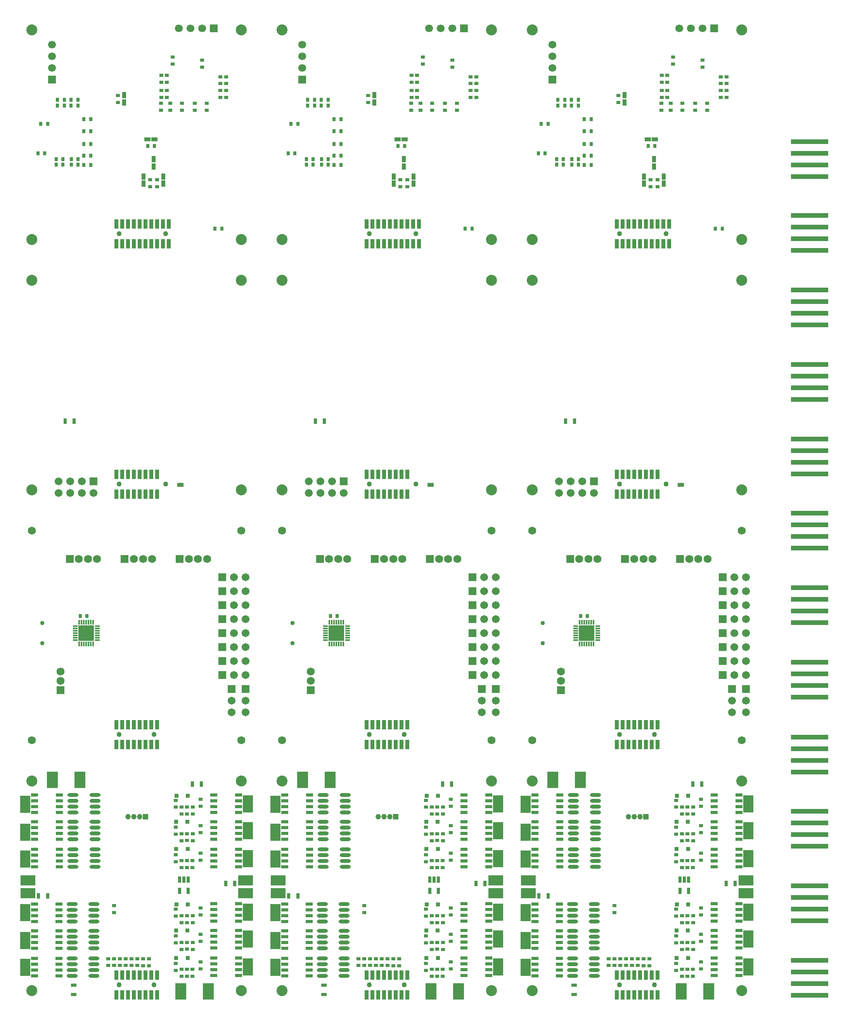
<source format=gbs>
%FSLAX24Y24*%
%MOIN*%
G70*
G01*
G75*
G04 Layer_Color=16711935*
%ADD10P,0.4259X4X360.0*%
G04:AMPARAMS|DCode=11|XSize=9.8mil|YSize=33.5mil|CornerRadius=0mil|HoleSize=0mil|Usage=FLASHONLY|Rotation=315.000|XOffset=0mil|YOffset=0mil|HoleType=Round|Shape=Round|*
%AMOVALD11*
21,1,0.0236,0.0098,0.0000,0.0000,45.0*
1,1,0.0098,-0.0084,-0.0084*
1,1,0.0098,0.0084,0.0084*
%
%ADD11OVALD11*%

G04:AMPARAMS|DCode=12|XSize=9.8mil|YSize=33.5mil|CornerRadius=0mil|HoleSize=0mil|Usage=FLASHONLY|Rotation=45.000|XOffset=0mil|YOffset=0mil|HoleType=Round|Shape=Round|*
%AMOVALD12*
21,1,0.0236,0.0098,0.0000,0.0000,135.0*
1,1,0.0098,0.0084,-0.0084*
1,1,0.0098,-0.0084,0.0084*
%
%ADD12OVALD12*%

G04:AMPARAMS|DCode=13|XSize=37.4mil|YSize=31.5mil|CornerRadius=0mil|HoleSize=0mil|Usage=FLASHONLY|Rotation=45.000|XOffset=0mil|YOffset=0mil|HoleType=Round|Shape=Rectangle|*
%AMROTATEDRECTD13*
4,1,4,-0.0021,-0.0244,-0.0244,-0.0021,0.0021,0.0244,0.0244,0.0021,-0.0021,-0.0244,0.0*
%
%ADD13ROTATEDRECTD13*%

G04:AMPARAMS|DCode=14|XSize=37.4mil|YSize=31.5mil|CornerRadius=0mil|HoleSize=0mil|Usage=FLASHONLY|Rotation=135.000|XOffset=0mil|YOffset=0mil|HoleType=Round|Shape=Rectangle|*
%AMROTATEDRECTD14*
4,1,4,0.0244,-0.0021,0.0021,-0.0244,-0.0244,0.0021,-0.0021,0.0244,0.0244,-0.0021,0.0*
%
%ADD14ROTATEDRECTD14*%

%ADD15R,0.0591X0.0236*%
%ADD16O,0.0866X0.0236*%
%ADD17R,0.0374X0.0315*%
%ADD18R,0.0315X0.0315*%
%ADD19R,0.0906X0.1417*%
%ADD20R,0.0315X0.0512*%
%ADD21R,0.0512X0.0315*%
%ADD22R,0.0291X0.0728*%
%ADD23C,0.0080*%
%ADD24C,0.0100*%
%ADD25C,0.0160*%
%ADD26C,0.0300*%
%ADD27C,0.0120*%
%ADD28C,0.0180*%
%ADD29C,0.0250*%
%ADD30C,0.0350*%
%ADD31C,0.0200*%
%ADD32R,0.0374X0.0295*%
%ADD33R,0.0295X0.0374*%
%ADD34O,0.0630X0.0138*%
%ADD35R,0.0472X0.0217*%
%ADD36O,0.0669X0.0138*%
%ADD37R,0.3012X0.3012*%
%ADD38O,0.0335X0.0098*%
%ADD39O,0.0098X0.0335*%
%ADD40R,0.1378X0.0689*%
%ADD41R,0.0984X0.0689*%
%ADD42R,0.0886X0.0197*%
%ADD43R,0.0315X0.0354*%
%ADD44R,0.0354X0.0315*%
%ADD45R,0.0354X0.0295*%
%ADD46R,0.0295X0.0354*%
%ADD47R,0.0394X0.0394*%
%ADD48R,0.0315X0.0374*%
%ADD49R,0.0256X0.0335*%
%ADD50R,0.0453X0.0236*%
%ADD51R,0.0236X0.0453*%
%ADD52R,0.0394X0.0394*%
%ADD53R,0.0256X0.0866*%
%ADD54R,0.1299X0.0866*%
%ADD55R,0.0532X0.0197*%
%ADD56O,0.0118X0.0689*%
%ADD57O,0.0689X0.0118*%
%ADD58C,0.0177*%
%ADD59R,0.0138X0.0197*%
%ADD60R,0.0197X0.0138*%
%ADD61R,0.0768X0.0768*%
%ADD62R,0.2874X0.2874*%
%ADD63C,0.0150*%
%ADD64R,0.2165X0.0787*%
%ADD65O,0.0709X0.0217*%
%ADD66O,0.0217X0.0709*%
%ADD67O,0.0138X0.0650*%
%ADD68R,0.1220X0.1181*%
%ADD69R,0.1102X0.0551*%
%ADD70R,0.0787X0.0630*%
G04:AMPARAMS|DCode=71|XSize=228.3mil|YSize=82.7mil|CornerRadius=20.7mil|HoleSize=0mil|Usage=FLASHONLY|Rotation=180.000|XOffset=0mil|YOffset=0mil|HoleType=Round|Shape=RoundedRectangle|*
%AMROUNDEDRECTD71*
21,1,0.2283,0.0413,0,0,180.0*
21,1,0.1870,0.0827,0,0,180.0*
1,1,0.0413,-0.0935,0.0207*
1,1,0.0413,0.0935,0.0207*
1,1,0.0413,0.0935,-0.0207*
1,1,0.0413,-0.0935,-0.0207*
%
%ADD71ROUNDEDRECTD71*%
%ADD72R,0.0335X0.0138*%
%ADD73R,0.0335X0.0135*%
%ADD74C,0.0860*%
%ADD75C,0.0394*%
%ADD76C,0.0354*%
%ADD77C,0.0250*%
%ADD78C,0.0320*%
%ADD79C,0.0300*%
%ADD80C,0.0600*%
%ADD81R,0.0600X0.0600*%
%ADD82R,0.0600X0.0600*%
%ADD83C,0.0591*%
%ADD84R,0.0591X0.0591*%
%ADD85R,0.0591X0.0591*%
%ADD86C,0.0400*%
%ADD87C,0.0500*%
%ADD88C,0.0350*%
%ADD89C,0.0450*%
%ADD90C,0.0500*%
%ADD91R,0.0980X7.3930*%
%ADD92R,6.4060X0.0610*%
%ADD93R,6.4010X0.0760*%
%ADD94R,6.4140X0.0760*%
%ADD95R,0.0217X0.0472*%
%ADD96C,0.0060*%
%ADD97R,0.0374X0.0118*%
%ADD98R,0.0118X0.0374*%
%ADD99R,0.1260X0.1260*%
%ADD100R,0.0256X0.0472*%
%ADD101R,0.0472X0.0256*%
%ADD102C,0.0236*%
%ADD103R,0.2180X0.0830*%
%ADD104R,0.2006X0.0179*%
%ADD105R,0.0456X0.1019*%
%ADD106R,0.3150X0.0394*%
%ADD107C,0.0098*%
%ADD108C,0.0059*%
%ADD109C,0.0079*%
%ADD110P,0.0195X4X360.0*%
%ADD111R,0.0276X0.1575*%
%ADD112R,0.0118X0.0118*%
%ADD113R,0.0138X0.0138*%
%ADD114C,0.0040*%
%ADD115C,0.0050*%
%ADD116C,0.0197*%
G04:AMPARAMS|DCode=117|XSize=66.9mil|YSize=66.9mil|CornerRadius=0mil|HoleSize=0mil|Usage=FLASHONLY|Rotation=315.000|XOffset=0mil|YOffset=0mil|HoleType=Round|Shape=Rectangle|*
%AMROTATEDRECTD117*
4,1,4,-0.0473,-0.0000,0.0000,0.0473,0.0473,0.0000,-0.0000,-0.0473,-0.0473,-0.0000,0.0*
%
%ADD117ROTATEDRECTD117*%

%ADD118P,0.0947X4X360.0*%
G04:AMPARAMS|DCode=119|XSize=66.9mil|YSize=66.9mil|CornerRadius=0mil|HoleSize=0mil|Usage=FLASHONLY|Rotation=315.000|XOffset=0mil|YOffset=0mil|HoleType=Round|Shape=Rectangle|*
%AMROTATEDRECTD119*
4,1,4,-0.0473,0.0000,-0.0000,0.0473,0.0473,-0.0000,0.0000,-0.0473,-0.0473,0.0000,0.0*
%
%ADD119ROTATEDRECTD119*%

%ADD120P,0.0947X4X360.0*%
%ADD121R,0.0669X0.0669*%
G04:AMPARAMS|DCode=122|XSize=8.3mil|YSize=31.9mil|CornerRadius=0mil|HoleSize=0mil|Usage=FLASHONLY|Rotation=315.000|XOffset=0mil|YOffset=0mil|HoleType=Round|Shape=Round|*
%AMOVALD122*
21,1,0.0236,0.0083,0.0000,0.0000,45.0*
1,1,0.0083,-0.0084,-0.0084*
1,1,0.0083,0.0084,0.0084*
%
%ADD122OVALD122*%

G04:AMPARAMS|DCode=123|XSize=8.3mil|YSize=31.9mil|CornerRadius=0mil|HoleSize=0mil|Usage=FLASHONLY|Rotation=45.000|XOffset=0mil|YOffset=0mil|HoleType=Round|Shape=Round|*
%AMOVALD123*
21,1,0.0236,0.0083,0.0000,0.0000,135.0*
1,1,0.0083,0.0084,-0.0084*
1,1,0.0083,-0.0084,0.0084*
%
%ADD123OVALD123*%

%ADD124R,0.0295X0.0295*%
%ADD125R,0.0787X0.1299*%
%ADD126R,0.0465X0.0209*%
%ADD127O,0.0319X0.0083*%
%ADD128O,0.0083X0.0319*%
%ADD129R,0.1319X0.0630*%
%ADD130R,0.0925X0.0630*%
%ADD131R,0.0827X0.0138*%
%ADD132R,0.0295X0.0335*%
%ADD133R,0.0335X0.0295*%
%ADD134R,0.0850X0.1450*%
%ADD135R,0.1300X0.0900*%
%ADD136P,0.4316X4X360.0*%
G04:AMPARAMS|DCode=137|XSize=11.4mil|YSize=35mil|CornerRadius=0mil|HoleSize=0mil|Usage=FLASHONLY|Rotation=315.000|XOffset=0mil|YOffset=0mil|HoleType=Round|Shape=Round|*
%AMOVALD137*
21,1,0.0236,0.0114,0.0000,0.0000,45.0*
1,1,0.0114,-0.0084,-0.0084*
1,1,0.0114,0.0084,0.0084*
%
%ADD137OVALD137*%

G04:AMPARAMS|DCode=138|XSize=11.4mil|YSize=35mil|CornerRadius=0mil|HoleSize=0mil|Usage=FLASHONLY|Rotation=45.000|XOffset=0mil|YOffset=0mil|HoleType=Round|Shape=Round|*
%AMOVALD138*
21,1,0.0236,0.0114,0.0000,0.0000,135.0*
1,1,0.0114,0.0084,-0.0084*
1,1,0.0114,-0.0084,0.0084*
%
%ADD138OVALD138*%

%ADD139R,0.0611X0.0256*%
%ADD140O,0.0946X0.0316*%
%ADD141R,0.0335X0.0335*%
%ADD142R,0.0926X0.1437*%
%ADD143R,0.0371X0.0808*%
%ADD144O,0.0710X0.0218*%
%ADD145O,0.0749X0.0218*%
%ADD146R,0.3052X0.3052*%
%ADD147O,0.0350X0.0114*%
%ADD148O,0.0114X0.0350*%
%ADD149R,0.0906X0.0217*%
%ADD150R,0.0474X0.0474*%
%ADD151R,0.0336X0.0415*%
%ADD152R,0.0533X0.0316*%
%ADD153R,0.0316X0.0533*%
%ADD154R,0.0474X0.0474*%
%ADD155R,0.0336X0.0946*%
%ADD156R,0.1379X0.0946*%
%ADD157R,0.0612X0.0277*%
%ADD158O,0.0198X0.0769*%
%ADD159O,0.0769X0.0198*%
%ADD160C,0.0257*%
%ADD161R,0.0218X0.0277*%
%ADD162R,0.0277X0.0218*%
%ADD163R,0.0808X0.0808*%
%ADD164R,0.2954X0.2954*%
%ADD165R,0.2245X0.0867*%
%ADD166O,0.0789X0.0297*%
%ADD167O,0.0297X0.0789*%
%ADD168O,0.0218X0.0730*%
%ADD169R,0.1300X0.1261*%
%ADD170R,0.0827X0.0670*%
G04:AMPARAMS|DCode=171|XSize=236.3mil|YSize=90.7mil|CornerRadius=22.7mil|HoleSize=0mil|Usage=FLASHONLY|Rotation=180.000|XOffset=0mil|YOffset=0mil|HoleType=Round|Shape=RoundedRectangle|*
%AMROUNDEDRECTD171*
21,1,0.2363,0.0453,0,0,180.0*
21,1,0.1910,0.0907,0,0,180.0*
1,1,0.0453,-0.0955,0.0227*
1,1,0.0453,0.0955,0.0227*
1,1,0.0453,0.0955,-0.0227*
1,1,0.0453,-0.0955,-0.0227*
%
%ADD171ROUNDEDRECTD171*%
%ADD172R,0.0415X0.0218*%
%ADD173R,0.0415X0.0215*%
%ADD174C,0.0940*%
%ADD175C,0.0474*%
%ADD176C,0.0434*%
%ADD177C,0.0680*%
%ADD178C,0.0374*%
%ADD179R,0.0680X0.0680*%
%ADD180R,0.0680X0.0680*%
%ADD181C,0.0671*%
%ADD182R,0.0671X0.0671*%
%ADD183R,0.0671X0.0671*%
%ADD184R,0.0669X0.0669*%
%ADD185C,0.0669*%
%ADD186R,0.0669X0.0669*%
%ADD187R,0.0297X0.0552*%
%ADD188R,0.0384X0.0128*%
%ADD189R,0.0128X0.0384*%
%ADD190R,0.1339X0.1339*%
%ADD191R,0.0336X0.0552*%
%ADD192R,0.0552X0.0336*%
%ADD193R,0.3190X0.0434*%
D17*
X8080Y8275D02*
D03*
Y7685D02*
D03*
X11050Y3115D02*
D03*
Y3705D02*
D03*
X10550Y3125D02*
D03*
Y3715D02*
D03*
X10050Y3135D02*
D03*
Y3725D02*
D03*
X9550Y3135D02*
D03*
Y3725D02*
D03*
X9050Y3135D02*
D03*
Y3725D02*
D03*
X8550Y3135D02*
D03*
Y3725D02*
D03*
X8050Y3135D02*
D03*
Y3725D02*
D03*
X7550Y3135D02*
D03*
Y3725D02*
D03*
X13860Y2215D02*
D03*
Y2805D02*
D03*
X15510Y7485D02*
D03*
Y8075D02*
D03*
X13380Y7395D02*
D03*
Y7985D02*
D03*
X14830Y6825D02*
D03*
Y7415D02*
D03*
X14330Y2215D02*
D03*
Y2805D02*
D03*
X13850Y4525D02*
D03*
Y5115D02*
D03*
X13850Y13865D02*
D03*
Y14455D02*
D03*
X13860Y6815D02*
D03*
Y7405D02*
D03*
X13860Y16155D02*
D03*
Y16745D02*
D03*
Y11555D02*
D03*
Y12145D02*
D03*
X15510Y16825D02*
D03*
Y17415D02*
D03*
X15510Y5215D02*
D03*
Y5805D02*
D03*
X15510Y14555D02*
D03*
Y15145D02*
D03*
X15490Y2855D02*
D03*
Y3445D02*
D03*
X15490Y12195D02*
D03*
Y12785D02*
D03*
X13380Y16735D02*
D03*
Y17325D02*
D03*
X13370Y5085D02*
D03*
Y5675D02*
D03*
X13370Y14425D02*
D03*
Y15015D02*
D03*
X13380Y2725D02*
D03*
Y3315D02*
D03*
X13380Y12065D02*
D03*
Y12655D02*
D03*
X14830Y16165D02*
D03*
Y16755D02*
D03*
X14820Y4525D02*
D03*
Y5115D02*
D03*
X14820Y13865D02*
D03*
Y14455D02*
D03*
X14810Y2215D02*
D03*
Y2805D02*
D03*
X14810Y11555D02*
D03*
Y12145D02*
D03*
X14340Y4535D02*
D03*
Y5125D02*
D03*
X14340Y13875D02*
D03*
Y14465D02*
D03*
X14340Y6825D02*
D03*
Y7415D02*
D03*
X14340Y16165D02*
D03*
Y16755D02*
D03*
X14330Y11555D02*
D03*
Y12145D02*
D03*
X11160Y70015D02*
D03*
Y70605D02*
D03*
X11750Y70015D02*
D03*
Y70605D02*
D03*
X8410Y77855D02*
D03*
Y77265D02*
D03*
X15620Y80295D02*
D03*
Y80885D02*
D03*
X17190Y78285D02*
D03*
Y77695D02*
D03*
Y79465D02*
D03*
Y78875D02*
D03*
X13090Y80555D02*
D03*
Y81145D02*
D03*
X12610Y79575D02*
D03*
Y78985D02*
D03*
X12120Y78275D02*
D03*
Y77685D02*
D03*
X16020Y76595D02*
D03*
Y77185D02*
D03*
X12910Y76595D02*
D03*
Y77185D02*
D03*
X12110Y76595D02*
D03*
Y77185D02*
D03*
X13910Y76595D02*
D03*
Y77185D02*
D03*
X14990Y76595D02*
D03*
Y77185D02*
D03*
X17690Y77695D02*
D03*
Y78285D02*
D03*
Y78875D02*
D03*
Y79465D02*
D03*
X12130Y78985D02*
D03*
Y79575D02*
D03*
X12600Y77685D02*
D03*
Y78275D02*
D03*
X32660Y70015D02*
D03*
Y70605D02*
D03*
X33250Y70015D02*
D03*
Y70605D02*
D03*
X29910Y77855D02*
D03*
Y77265D02*
D03*
X37120Y80295D02*
D03*
Y80885D02*
D03*
X38690Y78285D02*
D03*
Y77695D02*
D03*
Y79465D02*
D03*
Y78875D02*
D03*
X34590Y80555D02*
D03*
Y81145D02*
D03*
X34110Y79575D02*
D03*
Y78985D02*
D03*
X33620Y78275D02*
D03*
Y77685D02*
D03*
X37520Y76595D02*
D03*
Y77185D02*
D03*
X34410Y76595D02*
D03*
Y77185D02*
D03*
X33610Y76595D02*
D03*
Y77185D02*
D03*
X35410Y76595D02*
D03*
Y77185D02*
D03*
X36490Y76595D02*
D03*
Y77185D02*
D03*
X39190Y77695D02*
D03*
Y78285D02*
D03*
Y78875D02*
D03*
Y79465D02*
D03*
X33630Y78985D02*
D03*
Y79575D02*
D03*
X34100Y77685D02*
D03*
Y78275D02*
D03*
X29580Y8275D02*
D03*
Y7685D02*
D03*
X32550Y3115D02*
D03*
Y3705D02*
D03*
X32050Y3125D02*
D03*
Y3715D02*
D03*
X31550Y3135D02*
D03*
Y3725D02*
D03*
X31050Y3135D02*
D03*
Y3725D02*
D03*
X30550Y3135D02*
D03*
Y3725D02*
D03*
X30050Y3135D02*
D03*
Y3725D02*
D03*
X29550Y3135D02*
D03*
Y3725D02*
D03*
X29050Y3135D02*
D03*
Y3725D02*
D03*
X35360Y2215D02*
D03*
Y2805D02*
D03*
X37010Y7485D02*
D03*
Y8075D02*
D03*
X34880Y7395D02*
D03*
Y7985D02*
D03*
X36330Y6825D02*
D03*
Y7415D02*
D03*
X35830Y2215D02*
D03*
Y2805D02*
D03*
X35350Y4525D02*
D03*
Y5115D02*
D03*
X35350Y13865D02*
D03*
Y14455D02*
D03*
X35360Y6815D02*
D03*
Y7405D02*
D03*
X35360Y16155D02*
D03*
Y16745D02*
D03*
Y11555D02*
D03*
Y12145D02*
D03*
X37010Y16825D02*
D03*
Y17415D02*
D03*
X37010Y5215D02*
D03*
Y5805D02*
D03*
X37010Y14555D02*
D03*
Y15145D02*
D03*
X36990Y2855D02*
D03*
Y3445D02*
D03*
X36990Y12195D02*
D03*
Y12785D02*
D03*
X34880Y16735D02*
D03*
Y17325D02*
D03*
X34870Y5085D02*
D03*
Y5675D02*
D03*
X34870Y14425D02*
D03*
Y15015D02*
D03*
X34880Y2725D02*
D03*
Y3315D02*
D03*
X34880Y12065D02*
D03*
Y12655D02*
D03*
X36330Y16165D02*
D03*
Y16755D02*
D03*
X36320Y4525D02*
D03*
Y5115D02*
D03*
X36320Y13865D02*
D03*
Y14455D02*
D03*
X36310Y2215D02*
D03*
Y2805D02*
D03*
X36310Y11555D02*
D03*
Y12145D02*
D03*
X35840Y4535D02*
D03*
Y5125D02*
D03*
X35840Y13875D02*
D03*
Y14465D02*
D03*
X35840Y6825D02*
D03*
Y7415D02*
D03*
X35840Y16165D02*
D03*
Y16755D02*
D03*
X35830Y11555D02*
D03*
Y12145D02*
D03*
X51080Y8275D02*
D03*
Y7685D02*
D03*
X54050Y3115D02*
D03*
Y3705D02*
D03*
X53550Y3125D02*
D03*
Y3715D02*
D03*
X53050Y3135D02*
D03*
Y3725D02*
D03*
X52550Y3135D02*
D03*
Y3725D02*
D03*
X52050Y3135D02*
D03*
Y3725D02*
D03*
X51550Y3135D02*
D03*
Y3725D02*
D03*
X51050Y3135D02*
D03*
Y3725D02*
D03*
X50550Y3135D02*
D03*
Y3725D02*
D03*
X56860Y2215D02*
D03*
Y2805D02*
D03*
X58510Y7485D02*
D03*
Y8075D02*
D03*
X56380Y7395D02*
D03*
Y7985D02*
D03*
X57830Y6825D02*
D03*
Y7415D02*
D03*
X57330Y2215D02*
D03*
Y2805D02*
D03*
X56850Y4525D02*
D03*
Y5115D02*
D03*
X56850Y13865D02*
D03*
Y14455D02*
D03*
X56860Y6815D02*
D03*
Y7405D02*
D03*
X56860Y16155D02*
D03*
Y16745D02*
D03*
Y11555D02*
D03*
Y12145D02*
D03*
X58510Y16825D02*
D03*
Y17415D02*
D03*
X58510Y5215D02*
D03*
Y5805D02*
D03*
X58510Y14555D02*
D03*
Y15145D02*
D03*
X58490Y2855D02*
D03*
Y3445D02*
D03*
X58490Y12195D02*
D03*
Y12785D02*
D03*
X56380Y16735D02*
D03*
Y17325D02*
D03*
X56370Y5085D02*
D03*
Y5675D02*
D03*
X56370Y14425D02*
D03*
Y15015D02*
D03*
X56380Y2725D02*
D03*
Y3315D02*
D03*
X56380Y12065D02*
D03*
Y12655D02*
D03*
X57830Y16165D02*
D03*
Y16755D02*
D03*
X57820Y4525D02*
D03*
Y5115D02*
D03*
X57820Y13865D02*
D03*
Y14455D02*
D03*
X57810Y2215D02*
D03*
Y2805D02*
D03*
X57810Y11555D02*
D03*
Y12145D02*
D03*
X57340Y4535D02*
D03*
Y5125D02*
D03*
X57340Y13875D02*
D03*
Y14465D02*
D03*
X57340Y6825D02*
D03*
Y7415D02*
D03*
X57340Y16165D02*
D03*
Y16755D02*
D03*
X57330Y11555D02*
D03*
Y12145D02*
D03*
X54160Y70015D02*
D03*
Y70605D02*
D03*
X54750Y70015D02*
D03*
Y70605D02*
D03*
X51410Y77855D02*
D03*
Y77265D02*
D03*
X58620Y80295D02*
D03*
Y80885D02*
D03*
X60190Y78285D02*
D03*
Y77695D02*
D03*
Y79465D02*
D03*
Y78875D02*
D03*
X56090Y80555D02*
D03*
Y81145D02*
D03*
X55610Y79575D02*
D03*
Y78985D02*
D03*
X55120Y78275D02*
D03*
Y77685D02*
D03*
X59020Y76595D02*
D03*
Y77185D02*
D03*
X55910Y76595D02*
D03*
Y77185D02*
D03*
X55110Y76595D02*
D03*
Y77185D02*
D03*
X56910Y76595D02*
D03*
Y77185D02*
D03*
X57990Y76595D02*
D03*
Y77185D02*
D03*
X60690Y77695D02*
D03*
Y78285D02*
D03*
Y78875D02*
D03*
Y79465D02*
D03*
X55130Y78985D02*
D03*
Y79575D02*
D03*
X55600Y77685D02*
D03*
Y78275D02*
D03*
D20*
X17656Y10200D02*
D03*
X18444D02*
D03*
X1566Y9130D02*
D03*
X2354D02*
D03*
X15574Y18710D02*
D03*
X14786D02*
D03*
X4644Y49870D02*
D03*
X3856D02*
D03*
X26144D02*
D03*
X25356D02*
D03*
X39156Y10200D02*
D03*
X39944D02*
D03*
X23066Y9130D02*
D03*
X23854D02*
D03*
X37074Y18710D02*
D03*
X36286D02*
D03*
X60656Y10200D02*
D03*
X61444D02*
D03*
X44566Y9130D02*
D03*
X45354D02*
D03*
X58574Y18710D02*
D03*
X57786D02*
D03*
X47644Y49870D02*
D03*
X46856D02*
D03*
D21*
X4610Y1454D02*
D03*
Y666D02*
D03*
X26110Y1454D02*
D03*
Y666D02*
D03*
X47610Y1454D02*
D03*
Y666D02*
D03*
D33*
X5745Y33150D02*
D03*
X5155D02*
D03*
X27245D02*
D03*
X26655D02*
D03*
X48745D02*
D03*
X48155D02*
D03*
D48*
X17325Y66430D02*
D03*
X16735D02*
D03*
X11545Y73530D02*
D03*
X10955D02*
D03*
X4385Y71910D02*
D03*
X4975D02*
D03*
X2365Y75410D02*
D03*
X1775D02*
D03*
X2105Y72880D02*
D03*
X1515D02*
D03*
X6065Y73700D02*
D03*
X5475D02*
D03*
X3085Y72400D02*
D03*
X3675D02*
D03*
Y71920D02*
D03*
X3085D02*
D03*
X6065Y71900D02*
D03*
X5475D02*
D03*
X6065Y72700D02*
D03*
X5475D02*
D03*
X6065Y74780D02*
D03*
X5475D02*
D03*
X6065Y75810D02*
D03*
X5475D02*
D03*
X4375Y76980D02*
D03*
X4965D02*
D03*
Y77480D02*
D03*
X4375D02*
D03*
X3195Y76980D02*
D03*
X3785D02*
D03*
Y77480D02*
D03*
X3195D02*
D03*
X4975Y72390D02*
D03*
X4385D02*
D03*
X38825Y66430D02*
D03*
X38235D02*
D03*
X33045Y73530D02*
D03*
X32455D02*
D03*
X25885Y71910D02*
D03*
X26475D02*
D03*
X23865Y75410D02*
D03*
X23275D02*
D03*
X23605Y72880D02*
D03*
X23015D02*
D03*
X27565Y73700D02*
D03*
X26975D02*
D03*
X24585Y72400D02*
D03*
X25175D02*
D03*
Y71920D02*
D03*
X24585D02*
D03*
X27565Y71900D02*
D03*
X26975D02*
D03*
X27565Y72700D02*
D03*
X26975D02*
D03*
X27565Y74780D02*
D03*
X26975D02*
D03*
X27565Y75810D02*
D03*
X26975D02*
D03*
X25875Y76980D02*
D03*
X26465D02*
D03*
Y77480D02*
D03*
X25875D02*
D03*
X24695Y76980D02*
D03*
X25285D02*
D03*
Y77480D02*
D03*
X24695D02*
D03*
X26475Y72390D02*
D03*
X25885D02*
D03*
X60325Y66430D02*
D03*
X59735D02*
D03*
X54545Y73530D02*
D03*
X53955D02*
D03*
X47385Y71910D02*
D03*
X47975D02*
D03*
X45365Y75410D02*
D03*
X44775D02*
D03*
X45105Y72880D02*
D03*
X44515D02*
D03*
X49065Y73700D02*
D03*
X48475D02*
D03*
X46085Y72400D02*
D03*
X46675D02*
D03*
Y71920D02*
D03*
X46085D02*
D03*
X49065Y71900D02*
D03*
X48475D02*
D03*
X49065Y72700D02*
D03*
X48475D02*
D03*
X49065Y74780D02*
D03*
X48475D02*
D03*
X49065Y75810D02*
D03*
X48475D02*
D03*
X47375Y76980D02*
D03*
X47965D02*
D03*
Y77480D02*
D03*
X47375D02*
D03*
X46195Y76980D02*
D03*
X46785D02*
D03*
Y77480D02*
D03*
X46195D02*
D03*
X47975Y72390D02*
D03*
X47385D02*
D03*
D134*
X435Y7685D02*
D03*
Y5285D02*
D03*
Y2985D02*
D03*
Y16985D02*
D03*
Y14585D02*
D03*
Y12285D02*
D03*
X19565Y7715D02*
D03*
Y5415D02*
D03*
Y3015D02*
D03*
Y17015D02*
D03*
Y14715D02*
D03*
Y12315D02*
D03*
X21935Y7685D02*
D03*
Y5285D02*
D03*
Y2985D02*
D03*
Y16985D02*
D03*
Y14585D02*
D03*
Y12285D02*
D03*
X41065Y7715D02*
D03*
Y5415D02*
D03*
Y3015D02*
D03*
Y17015D02*
D03*
Y14715D02*
D03*
Y12315D02*
D03*
X43435Y7685D02*
D03*
Y5285D02*
D03*
Y2985D02*
D03*
Y16985D02*
D03*
Y14585D02*
D03*
Y12285D02*
D03*
X62565Y7715D02*
D03*
Y5415D02*
D03*
Y3015D02*
D03*
Y17015D02*
D03*
Y14715D02*
D03*
Y12315D02*
D03*
D135*
X650Y10450D02*
D03*
Y9350D02*
D03*
X19350Y10450D02*
D03*
Y9350D02*
D03*
X22150Y10450D02*
D03*
Y9350D02*
D03*
X40850Y10450D02*
D03*
Y9350D02*
D03*
X43650Y10450D02*
D03*
Y9350D02*
D03*
X62350Y10450D02*
D03*
Y9350D02*
D03*
D139*
X16647Y6940D02*
D03*
Y7440D02*
D03*
Y7940D02*
D03*
Y8440D02*
D03*
X18773Y6940D02*
D03*
Y7440D02*
D03*
Y7940D02*
D03*
Y8440D02*
D03*
X16647Y4640D02*
D03*
Y5140D02*
D03*
Y5640D02*
D03*
Y6140D02*
D03*
X18773Y4640D02*
D03*
Y5140D02*
D03*
Y5640D02*
D03*
Y6140D02*
D03*
X16647Y2290D02*
D03*
Y2790D02*
D03*
Y3290D02*
D03*
Y3790D02*
D03*
X18773Y2290D02*
D03*
Y2790D02*
D03*
Y3290D02*
D03*
Y3790D02*
D03*
X16647Y16280D02*
D03*
Y16780D02*
D03*
Y17280D02*
D03*
Y17780D02*
D03*
X18773Y16280D02*
D03*
Y16780D02*
D03*
Y17280D02*
D03*
Y17780D02*
D03*
X16647Y13980D02*
D03*
Y14480D02*
D03*
Y14980D02*
D03*
Y15480D02*
D03*
X18773Y13980D02*
D03*
Y14480D02*
D03*
Y14980D02*
D03*
Y15480D02*
D03*
X16647Y11630D02*
D03*
Y12130D02*
D03*
Y12630D02*
D03*
Y13130D02*
D03*
X18773Y11630D02*
D03*
Y12130D02*
D03*
Y12630D02*
D03*
Y13130D02*
D03*
X1217Y6910D02*
D03*
Y7410D02*
D03*
Y7910D02*
D03*
Y8410D02*
D03*
X3343Y6910D02*
D03*
Y7410D02*
D03*
Y7910D02*
D03*
Y8410D02*
D03*
X1227Y16270D02*
D03*
Y16770D02*
D03*
Y17270D02*
D03*
Y17770D02*
D03*
X3353Y16270D02*
D03*
Y16770D02*
D03*
Y17270D02*
D03*
Y17770D02*
D03*
X1217Y4610D02*
D03*
Y5110D02*
D03*
Y5610D02*
D03*
Y6110D02*
D03*
X3343Y4610D02*
D03*
Y5110D02*
D03*
Y5610D02*
D03*
Y6110D02*
D03*
X1227Y13970D02*
D03*
Y14470D02*
D03*
Y14970D02*
D03*
Y15470D02*
D03*
X3353Y13970D02*
D03*
Y14470D02*
D03*
Y14970D02*
D03*
Y15470D02*
D03*
X1217Y2260D02*
D03*
Y2760D02*
D03*
Y3260D02*
D03*
Y3760D02*
D03*
X3343Y2260D02*
D03*
Y2760D02*
D03*
Y3260D02*
D03*
Y3760D02*
D03*
X1227Y11620D02*
D03*
Y12120D02*
D03*
Y12620D02*
D03*
Y13120D02*
D03*
X3353Y11620D02*
D03*
Y12120D02*
D03*
Y12620D02*
D03*
Y13120D02*
D03*
X38147Y6940D02*
D03*
Y7440D02*
D03*
Y7940D02*
D03*
Y8440D02*
D03*
X40273Y6940D02*
D03*
Y7440D02*
D03*
Y7940D02*
D03*
Y8440D02*
D03*
X38147Y4640D02*
D03*
Y5140D02*
D03*
Y5640D02*
D03*
Y6140D02*
D03*
X40273Y4640D02*
D03*
Y5140D02*
D03*
Y5640D02*
D03*
Y6140D02*
D03*
X38147Y2290D02*
D03*
Y2790D02*
D03*
Y3290D02*
D03*
Y3790D02*
D03*
X40273Y2290D02*
D03*
Y2790D02*
D03*
Y3290D02*
D03*
Y3790D02*
D03*
X38147Y16280D02*
D03*
Y16780D02*
D03*
Y17280D02*
D03*
Y17780D02*
D03*
X40273Y16280D02*
D03*
Y16780D02*
D03*
Y17280D02*
D03*
Y17780D02*
D03*
X38147Y13980D02*
D03*
Y14480D02*
D03*
Y14980D02*
D03*
Y15480D02*
D03*
X40273Y13980D02*
D03*
Y14480D02*
D03*
Y14980D02*
D03*
Y15480D02*
D03*
X38147Y11630D02*
D03*
Y12130D02*
D03*
Y12630D02*
D03*
Y13130D02*
D03*
X40273Y11630D02*
D03*
Y12130D02*
D03*
Y12630D02*
D03*
Y13130D02*
D03*
X22717Y6910D02*
D03*
Y7410D02*
D03*
Y7910D02*
D03*
Y8410D02*
D03*
X24843Y6910D02*
D03*
Y7410D02*
D03*
Y7910D02*
D03*
Y8410D02*
D03*
X22727Y16270D02*
D03*
Y16770D02*
D03*
Y17270D02*
D03*
Y17770D02*
D03*
X24853Y16270D02*
D03*
Y16770D02*
D03*
Y17270D02*
D03*
Y17770D02*
D03*
X22717Y4610D02*
D03*
Y5110D02*
D03*
Y5610D02*
D03*
Y6110D02*
D03*
X24843Y4610D02*
D03*
Y5110D02*
D03*
Y5610D02*
D03*
Y6110D02*
D03*
X22727Y13970D02*
D03*
Y14470D02*
D03*
Y14970D02*
D03*
Y15470D02*
D03*
X24853Y13970D02*
D03*
Y14470D02*
D03*
Y14970D02*
D03*
Y15470D02*
D03*
X22717Y2260D02*
D03*
Y2760D02*
D03*
Y3260D02*
D03*
Y3760D02*
D03*
X24843Y2260D02*
D03*
Y2760D02*
D03*
Y3260D02*
D03*
Y3760D02*
D03*
X22727Y11620D02*
D03*
Y12120D02*
D03*
Y12620D02*
D03*
Y13120D02*
D03*
X24853Y11620D02*
D03*
Y12120D02*
D03*
Y12620D02*
D03*
Y13120D02*
D03*
X59647Y6940D02*
D03*
Y7440D02*
D03*
Y7940D02*
D03*
Y8440D02*
D03*
X61773Y6940D02*
D03*
Y7440D02*
D03*
Y7940D02*
D03*
Y8440D02*
D03*
X59647Y4640D02*
D03*
Y5140D02*
D03*
Y5640D02*
D03*
Y6140D02*
D03*
X61773Y4640D02*
D03*
Y5140D02*
D03*
Y5640D02*
D03*
Y6140D02*
D03*
X59647Y2290D02*
D03*
Y2790D02*
D03*
Y3290D02*
D03*
Y3790D02*
D03*
X61773Y2290D02*
D03*
Y2790D02*
D03*
Y3290D02*
D03*
Y3790D02*
D03*
X59647Y16280D02*
D03*
Y16780D02*
D03*
Y17280D02*
D03*
Y17780D02*
D03*
X61773Y16280D02*
D03*
Y16780D02*
D03*
Y17280D02*
D03*
Y17780D02*
D03*
X59647Y13980D02*
D03*
Y14480D02*
D03*
Y14980D02*
D03*
Y15480D02*
D03*
X61773Y13980D02*
D03*
Y14480D02*
D03*
Y14980D02*
D03*
Y15480D02*
D03*
X59647Y11630D02*
D03*
Y12130D02*
D03*
Y12630D02*
D03*
Y13130D02*
D03*
X61773Y11630D02*
D03*
Y12130D02*
D03*
Y12630D02*
D03*
Y13130D02*
D03*
X44217Y6910D02*
D03*
Y7410D02*
D03*
Y7910D02*
D03*
Y8410D02*
D03*
X46343Y6910D02*
D03*
Y7410D02*
D03*
Y7910D02*
D03*
Y8410D02*
D03*
X44227Y16270D02*
D03*
Y16770D02*
D03*
Y17270D02*
D03*
Y17770D02*
D03*
X46353Y16270D02*
D03*
Y16770D02*
D03*
Y17270D02*
D03*
Y17770D02*
D03*
X44217Y4610D02*
D03*
Y5110D02*
D03*
Y5610D02*
D03*
Y6110D02*
D03*
X46343Y4610D02*
D03*
Y5110D02*
D03*
Y5610D02*
D03*
Y6110D02*
D03*
X44227Y13970D02*
D03*
Y14470D02*
D03*
Y14970D02*
D03*
Y15470D02*
D03*
X46353Y13970D02*
D03*
Y14470D02*
D03*
Y14970D02*
D03*
Y15470D02*
D03*
X44217Y2260D02*
D03*
Y2760D02*
D03*
Y3260D02*
D03*
Y3760D02*
D03*
X46343Y2260D02*
D03*
Y2760D02*
D03*
Y3260D02*
D03*
Y3760D02*
D03*
X44227Y11620D02*
D03*
Y12120D02*
D03*
Y12620D02*
D03*
Y13120D02*
D03*
X46353Y11620D02*
D03*
Y12120D02*
D03*
Y12620D02*
D03*
Y13120D02*
D03*
D140*
X6345Y8410D02*
D03*
Y7910D02*
D03*
Y7410D02*
D03*
Y6910D02*
D03*
X4455Y8410D02*
D03*
Y7910D02*
D03*
Y7410D02*
D03*
Y6910D02*
D03*
X6435Y17770D02*
D03*
Y17270D02*
D03*
Y16770D02*
D03*
Y16270D02*
D03*
X4545Y17770D02*
D03*
Y17270D02*
D03*
Y16770D02*
D03*
Y16270D02*
D03*
X6345Y6110D02*
D03*
Y5610D02*
D03*
Y5110D02*
D03*
Y4610D02*
D03*
X4455Y6110D02*
D03*
Y5610D02*
D03*
Y5110D02*
D03*
Y4610D02*
D03*
X6435Y15470D02*
D03*
Y14970D02*
D03*
Y14470D02*
D03*
Y13970D02*
D03*
X4545Y15470D02*
D03*
Y14970D02*
D03*
Y14470D02*
D03*
Y13970D02*
D03*
X6345Y3760D02*
D03*
Y3260D02*
D03*
Y2760D02*
D03*
Y2260D02*
D03*
X4455Y3760D02*
D03*
Y3260D02*
D03*
Y2760D02*
D03*
Y2260D02*
D03*
X6435Y13120D02*
D03*
Y12620D02*
D03*
Y12120D02*
D03*
Y11620D02*
D03*
X4545Y13120D02*
D03*
Y12620D02*
D03*
Y12120D02*
D03*
Y11620D02*
D03*
X27845Y8410D02*
D03*
Y7910D02*
D03*
Y7410D02*
D03*
Y6910D02*
D03*
X25955Y8410D02*
D03*
Y7910D02*
D03*
Y7410D02*
D03*
Y6910D02*
D03*
X27935Y17770D02*
D03*
Y17270D02*
D03*
Y16770D02*
D03*
Y16270D02*
D03*
X26045Y17770D02*
D03*
Y17270D02*
D03*
Y16770D02*
D03*
Y16270D02*
D03*
X27845Y6110D02*
D03*
Y5610D02*
D03*
Y5110D02*
D03*
Y4610D02*
D03*
X25955Y6110D02*
D03*
Y5610D02*
D03*
Y5110D02*
D03*
Y4610D02*
D03*
X27935Y15470D02*
D03*
Y14970D02*
D03*
Y14470D02*
D03*
Y13970D02*
D03*
X26045Y15470D02*
D03*
Y14970D02*
D03*
Y14470D02*
D03*
Y13970D02*
D03*
X27845Y3760D02*
D03*
Y3260D02*
D03*
Y2760D02*
D03*
Y2260D02*
D03*
X25955Y3760D02*
D03*
Y3260D02*
D03*
Y2760D02*
D03*
Y2260D02*
D03*
X27935Y13120D02*
D03*
Y12620D02*
D03*
Y12120D02*
D03*
Y11620D02*
D03*
X26045Y13120D02*
D03*
Y12620D02*
D03*
Y12120D02*
D03*
Y11620D02*
D03*
X49345Y8410D02*
D03*
Y7910D02*
D03*
Y7410D02*
D03*
Y6910D02*
D03*
X47455Y8410D02*
D03*
Y7910D02*
D03*
Y7410D02*
D03*
Y6910D02*
D03*
X49435Y17770D02*
D03*
Y17270D02*
D03*
Y16770D02*
D03*
Y16270D02*
D03*
X47545Y17770D02*
D03*
Y17270D02*
D03*
Y16770D02*
D03*
Y16270D02*
D03*
X49345Y6110D02*
D03*
Y5610D02*
D03*
Y5110D02*
D03*
Y4610D02*
D03*
X47455Y6110D02*
D03*
Y5610D02*
D03*
Y5110D02*
D03*
Y4610D02*
D03*
X49435Y15470D02*
D03*
Y14970D02*
D03*
Y14470D02*
D03*
Y13970D02*
D03*
X47545Y15470D02*
D03*
Y14970D02*
D03*
Y14470D02*
D03*
Y13970D02*
D03*
X49345Y3760D02*
D03*
Y3260D02*
D03*
Y2760D02*
D03*
Y2260D02*
D03*
X47455Y3760D02*
D03*
Y3260D02*
D03*
Y2760D02*
D03*
Y2260D02*
D03*
X49435Y13120D02*
D03*
Y12620D02*
D03*
Y12120D02*
D03*
Y11620D02*
D03*
X47545Y13120D02*
D03*
Y12620D02*
D03*
Y12120D02*
D03*
Y11620D02*
D03*
D141*
X14402Y8390D02*
D03*
X13418D02*
D03*
X14402Y17730D02*
D03*
X13418D02*
D03*
X14372Y6140D02*
D03*
X13388D02*
D03*
X14372Y15480D02*
D03*
X13388D02*
D03*
X14382Y3800D02*
D03*
X13398D02*
D03*
X14382Y13140D02*
D03*
X13398D02*
D03*
X35902Y8390D02*
D03*
X34918D02*
D03*
X35902Y17730D02*
D03*
X34918D02*
D03*
X35872Y6140D02*
D03*
X34888D02*
D03*
X35872Y15480D02*
D03*
X34888D02*
D03*
X35882Y3800D02*
D03*
X34898D02*
D03*
X35882Y13140D02*
D03*
X34898D02*
D03*
X57402Y8390D02*
D03*
X56418D02*
D03*
X57402Y17730D02*
D03*
X56418D02*
D03*
X57372Y6140D02*
D03*
X56388D02*
D03*
X57372Y15480D02*
D03*
X56388D02*
D03*
X57382Y3800D02*
D03*
X56398D02*
D03*
X57382Y13140D02*
D03*
X56398D02*
D03*
D142*
X2769Y19090D02*
D03*
X5131D02*
D03*
X13789Y930D02*
D03*
X16151D02*
D03*
X24269Y19090D02*
D03*
X26631D02*
D03*
X35289Y930D02*
D03*
X37651D02*
D03*
X45769Y19090D02*
D03*
X48131D02*
D03*
X56789Y930D02*
D03*
X59151D02*
D03*
D143*
X8250Y2307D02*
D03*
X8750D02*
D03*
X9250D02*
D03*
X9750D02*
D03*
X10250D02*
D03*
X10750D02*
D03*
X11250D02*
D03*
X11750D02*
D03*
Y633D02*
D03*
X11250D02*
D03*
X10750D02*
D03*
X10250D02*
D03*
X9750D02*
D03*
X9250D02*
D03*
X8750D02*
D03*
X8250D02*
D03*
Y23807D02*
D03*
X8750D02*
D03*
X9250D02*
D03*
X9750D02*
D03*
X10250D02*
D03*
X10750D02*
D03*
X11250D02*
D03*
X11750D02*
D03*
Y22133D02*
D03*
X11250D02*
D03*
X10750D02*
D03*
X10250D02*
D03*
X9750D02*
D03*
X9250D02*
D03*
X8750D02*
D03*
X8250D02*
D03*
X12750Y66807D02*
D03*
X12250D02*
D03*
X11750D02*
D03*
X11250D02*
D03*
X10750D02*
D03*
X10250D02*
D03*
X9750D02*
D03*
X9250D02*
D03*
X8750D02*
D03*
X12750Y65133D02*
D03*
X12250D02*
D03*
X11750D02*
D03*
X11250D02*
D03*
X10750D02*
D03*
X10250D02*
D03*
X9750D02*
D03*
X9250D02*
D03*
X8750D02*
D03*
X8250D02*
D03*
Y66807D02*
D03*
Y43633D02*
D03*
X8750D02*
D03*
X9250D02*
D03*
X9750D02*
D03*
X10250D02*
D03*
X10750D02*
D03*
X11250D02*
D03*
X11750D02*
D03*
Y45307D02*
D03*
X11250D02*
D03*
X10750D02*
D03*
X10250D02*
D03*
X9750D02*
D03*
X9250D02*
D03*
X8750D02*
D03*
X8250D02*
D03*
X29750Y43633D02*
D03*
X30250D02*
D03*
X30750D02*
D03*
X31250D02*
D03*
X31750D02*
D03*
X32250D02*
D03*
X32750D02*
D03*
X33250D02*
D03*
Y45307D02*
D03*
X32750D02*
D03*
X32250D02*
D03*
X31750D02*
D03*
X31250D02*
D03*
X30750D02*
D03*
X30250D02*
D03*
X29750D02*
D03*
X34250Y66807D02*
D03*
X33750D02*
D03*
X33250D02*
D03*
X32750D02*
D03*
X32250D02*
D03*
X31750D02*
D03*
X31250D02*
D03*
X30750D02*
D03*
X30250D02*
D03*
X34250Y65133D02*
D03*
X33750D02*
D03*
X33250D02*
D03*
X32750D02*
D03*
X32250D02*
D03*
X31750D02*
D03*
X31250D02*
D03*
X30750D02*
D03*
X30250D02*
D03*
X29750D02*
D03*
Y66807D02*
D03*
Y23807D02*
D03*
X30250D02*
D03*
X30750D02*
D03*
X31250D02*
D03*
X31750D02*
D03*
X32250D02*
D03*
X32750D02*
D03*
X33250D02*
D03*
Y22133D02*
D03*
X32750D02*
D03*
X32250D02*
D03*
X31750D02*
D03*
X31250D02*
D03*
X30750D02*
D03*
X30250D02*
D03*
X29750D02*
D03*
Y2307D02*
D03*
X30250D02*
D03*
X30750D02*
D03*
X31250D02*
D03*
X31750D02*
D03*
X32250D02*
D03*
X32750D02*
D03*
X33250D02*
D03*
Y633D02*
D03*
X32750D02*
D03*
X32250D02*
D03*
X31750D02*
D03*
X31250D02*
D03*
X30750D02*
D03*
X30250D02*
D03*
X29750D02*
D03*
X51250Y2307D02*
D03*
X51750D02*
D03*
X52250D02*
D03*
X52750D02*
D03*
X53250D02*
D03*
X53750D02*
D03*
X54250D02*
D03*
X54750D02*
D03*
Y633D02*
D03*
X54250D02*
D03*
X53750D02*
D03*
X53250D02*
D03*
X52750D02*
D03*
X52250D02*
D03*
X51750D02*
D03*
X51250D02*
D03*
Y23807D02*
D03*
X51750D02*
D03*
X52250D02*
D03*
X52750D02*
D03*
X53250D02*
D03*
X53750D02*
D03*
X54250D02*
D03*
X54750D02*
D03*
Y22133D02*
D03*
X54250D02*
D03*
X53750D02*
D03*
X53250D02*
D03*
X52750D02*
D03*
X52250D02*
D03*
X51750D02*
D03*
X51250D02*
D03*
X55750Y66807D02*
D03*
X55250D02*
D03*
X54750D02*
D03*
X54250D02*
D03*
X53750D02*
D03*
X53250D02*
D03*
X52750D02*
D03*
X52250D02*
D03*
X51750D02*
D03*
X55750Y65133D02*
D03*
X55250D02*
D03*
X54750D02*
D03*
X54250D02*
D03*
X53750D02*
D03*
X53250D02*
D03*
X52750D02*
D03*
X52250D02*
D03*
X51750D02*
D03*
X51250D02*
D03*
Y66807D02*
D03*
Y43633D02*
D03*
X51750D02*
D03*
X52250D02*
D03*
X52750D02*
D03*
X53250D02*
D03*
X53750D02*
D03*
X54250D02*
D03*
X54750D02*
D03*
Y45307D02*
D03*
X54250D02*
D03*
X53750D02*
D03*
X53250D02*
D03*
X52750D02*
D03*
X52250D02*
D03*
X51750D02*
D03*
X51250D02*
D03*
D150*
X10750Y15910D02*
D03*
X32250D02*
D03*
X53750D02*
D03*
D174*
X1000Y19000D02*
D03*
X19000D02*
D03*
Y1000D02*
D03*
X1000D02*
D03*
X19000Y83500D02*
D03*
X1000D02*
D03*
Y65500D02*
D03*
X19000D02*
D03*
Y44000D02*
D03*
X1000D02*
D03*
Y62000D02*
D03*
X19000D02*
D03*
X40500Y44000D02*
D03*
X22500D02*
D03*
Y62000D02*
D03*
X40500D02*
D03*
Y83500D02*
D03*
X22500D02*
D03*
Y65500D02*
D03*
X40500D02*
D03*
X22500Y19000D02*
D03*
X40500D02*
D03*
Y1000D02*
D03*
X22500D02*
D03*
X44000Y19000D02*
D03*
X62000D02*
D03*
Y1000D02*
D03*
X44000D02*
D03*
X62000Y83500D02*
D03*
X44000D02*
D03*
Y65500D02*
D03*
X62000D02*
D03*
Y44000D02*
D03*
X44000D02*
D03*
Y62000D02*
D03*
X62000D02*
D03*
D175*
X9250Y15910D02*
D03*
X9750D02*
D03*
X10250D02*
D03*
X30750D02*
D03*
X31250D02*
D03*
X31750D02*
D03*
X52250D02*
D03*
X52750D02*
D03*
X53250D02*
D03*
D176*
X8500Y1470D02*
D03*
X11500D02*
D03*
X8500Y22970D02*
D03*
X11500D02*
D03*
X12500Y65970D02*
D03*
X8500D02*
D03*
X12500Y44470D02*
D03*
X8500D02*
D03*
X34000D02*
D03*
X30000D02*
D03*
X34000Y65970D02*
D03*
X30000D02*
D03*
Y22970D02*
D03*
X33000D02*
D03*
X30000Y1470D02*
D03*
X33000D02*
D03*
X51500D02*
D03*
X54500D02*
D03*
X51500Y22970D02*
D03*
X54500D02*
D03*
X55500Y65970D02*
D03*
X51500D02*
D03*
X55500Y44470D02*
D03*
X51500D02*
D03*
D177*
X1000Y40500D02*
D03*
X19000D02*
D03*
Y22500D02*
D03*
X1000D02*
D03*
X3450Y27587D02*
D03*
Y28375D02*
D03*
X5037Y38050D02*
D03*
X5825D02*
D03*
X6612D02*
D03*
X9762D02*
D03*
X10550D02*
D03*
X11337D02*
D03*
X14487D02*
D03*
X15275D02*
D03*
X16062D02*
D03*
X22500Y40500D02*
D03*
X40500D02*
D03*
Y22500D02*
D03*
X22500D02*
D03*
X24950Y27587D02*
D03*
Y28375D02*
D03*
X26537Y38050D02*
D03*
X27325D02*
D03*
X28112D02*
D03*
X31262D02*
D03*
X32050D02*
D03*
X32837D02*
D03*
X35987D02*
D03*
X36775D02*
D03*
X37562D02*
D03*
X44000Y40500D02*
D03*
X62000D02*
D03*
Y22500D02*
D03*
X44000D02*
D03*
X46450Y27587D02*
D03*
Y28375D02*
D03*
X48037Y38050D02*
D03*
X48825D02*
D03*
X49612D02*
D03*
X52762D02*
D03*
X53550D02*
D03*
X54337D02*
D03*
X57487D02*
D03*
X58275D02*
D03*
X59062D02*
D03*
D178*
X1890Y30814D02*
D03*
Y32546D02*
D03*
X23390Y30814D02*
D03*
Y32546D02*
D03*
X44890Y30814D02*
D03*
Y32546D02*
D03*
D179*
X3450Y26800D02*
D03*
X24950D02*
D03*
X46450D02*
D03*
D180*
X4250Y38050D02*
D03*
X8975D02*
D03*
X13700D02*
D03*
X25750D02*
D03*
X30475D02*
D03*
X35200D02*
D03*
X47250D02*
D03*
X51975D02*
D03*
X56700D02*
D03*
D181*
X19350Y35300D02*
D03*
X18350D02*
D03*
X19350Y36500D02*
D03*
X18350D02*
D03*
X19350Y32900D02*
D03*
X18350D02*
D03*
X19350Y34100D02*
D03*
X18350D02*
D03*
X19350Y30500D02*
D03*
X18350D02*
D03*
X19350Y31700D02*
D03*
X18350D02*
D03*
X19350Y28100D02*
D03*
X18350D02*
D03*
X19350Y29300D02*
D03*
X18350D02*
D03*
X18150Y24900D02*
D03*
Y25900D02*
D03*
X19350Y24900D02*
D03*
Y25900D02*
D03*
X3290Y43720D02*
D03*
Y44720D02*
D03*
X4290Y43720D02*
D03*
Y44720D02*
D03*
X5290Y43720D02*
D03*
Y44720D02*
D03*
X6290Y43720D02*
D03*
X24790D02*
D03*
Y44720D02*
D03*
X25790Y43720D02*
D03*
Y44720D02*
D03*
X26790Y43720D02*
D03*
Y44720D02*
D03*
X27790Y43720D02*
D03*
X40850Y35300D02*
D03*
X39850D02*
D03*
X40850Y36500D02*
D03*
X39850D02*
D03*
X40850Y32900D02*
D03*
X39850D02*
D03*
X40850Y34100D02*
D03*
X39850D02*
D03*
X40850Y30500D02*
D03*
X39850D02*
D03*
X40850Y31700D02*
D03*
X39850D02*
D03*
X40850Y28100D02*
D03*
X39850D02*
D03*
X40850Y29300D02*
D03*
X39850D02*
D03*
X39650Y24900D02*
D03*
Y25900D02*
D03*
X40850Y24900D02*
D03*
Y25900D02*
D03*
X62350Y35300D02*
D03*
X61350D02*
D03*
X62350Y36500D02*
D03*
X61350D02*
D03*
X62350Y32900D02*
D03*
X61350D02*
D03*
X62350Y34100D02*
D03*
X61350D02*
D03*
X62350Y30500D02*
D03*
X61350D02*
D03*
X62350Y31700D02*
D03*
X61350D02*
D03*
X62350Y28100D02*
D03*
X61350D02*
D03*
X62350Y29300D02*
D03*
X61350D02*
D03*
X61150Y24900D02*
D03*
Y25900D02*
D03*
X62350Y24900D02*
D03*
Y25900D02*
D03*
X46290Y43720D02*
D03*
Y44720D02*
D03*
X47290Y43720D02*
D03*
Y44720D02*
D03*
X48290Y43720D02*
D03*
Y44720D02*
D03*
X49290Y43720D02*
D03*
D182*
X17350Y35300D02*
D03*
Y36500D02*
D03*
Y32900D02*
D03*
Y34100D02*
D03*
Y30500D02*
D03*
Y31700D02*
D03*
Y28100D02*
D03*
Y29300D02*
D03*
X6290Y44720D02*
D03*
X27790D02*
D03*
X38850Y35300D02*
D03*
Y36500D02*
D03*
Y32900D02*
D03*
Y34100D02*
D03*
Y30500D02*
D03*
Y31700D02*
D03*
Y28100D02*
D03*
Y29300D02*
D03*
X60350Y35300D02*
D03*
Y36500D02*
D03*
Y32900D02*
D03*
Y34100D02*
D03*
Y30500D02*
D03*
Y31700D02*
D03*
Y28100D02*
D03*
Y29300D02*
D03*
X49290Y44720D02*
D03*
D183*
X18150Y26900D02*
D03*
X19350D02*
D03*
X39650D02*
D03*
X40850D02*
D03*
X61150D02*
D03*
X62350D02*
D03*
D184*
X2740Y79230D02*
D03*
X24240D02*
D03*
X45740D02*
D03*
D185*
X2740Y80230D02*
D03*
Y81230D02*
D03*
Y82230D02*
D03*
X15640Y83620D02*
D03*
X14640D02*
D03*
X13640D02*
D03*
X24240Y80230D02*
D03*
Y81230D02*
D03*
Y82230D02*
D03*
X37140Y83620D02*
D03*
X36140D02*
D03*
X35140D02*
D03*
X45740Y80230D02*
D03*
Y81230D02*
D03*
Y82230D02*
D03*
X58640Y83620D02*
D03*
X57640D02*
D03*
X56640D02*
D03*
D186*
X16640D02*
D03*
X38140D02*
D03*
X59640D02*
D03*
D187*
X13686Y9558D02*
D03*
X14434D02*
D03*
Y10502D02*
D03*
X14060D02*
D03*
X13686D02*
D03*
X35186Y9558D02*
D03*
X35934D02*
D03*
Y10502D02*
D03*
X35560D02*
D03*
X35186D02*
D03*
X56686Y9558D02*
D03*
X57434D02*
D03*
Y10502D02*
D03*
X57060D02*
D03*
X56686D02*
D03*
D188*
X4725Y31089D02*
D03*
Y31286D02*
D03*
Y31483D02*
D03*
Y31680D02*
D03*
Y31877D02*
D03*
Y32074D02*
D03*
Y32271D02*
D03*
X6615D02*
D03*
Y32074D02*
D03*
Y31877D02*
D03*
Y31680D02*
D03*
Y31483D02*
D03*
Y31286D02*
D03*
Y31089D02*
D03*
X26225D02*
D03*
Y31286D02*
D03*
Y31483D02*
D03*
Y31680D02*
D03*
Y31877D02*
D03*
Y32074D02*
D03*
Y32271D02*
D03*
X28115D02*
D03*
Y32074D02*
D03*
Y31877D02*
D03*
Y31680D02*
D03*
Y31483D02*
D03*
Y31286D02*
D03*
Y31089D02*
D03*
X47725D02*
D03*
Y31286D02*
D03*
Y31483D02*
D03*
Y31680D02*
D03*
Y31877D02*
D03*
Y32074D02*
D03*
Y32271D02*
D03*
X49615D02*
D03*
Y32074D02*
D03*
Y31877D02*
D03*
Y31680D02*
D03*
Y31483D02*
D03*
Y31286D02*
D03*
Y31089D02*
D03*
D189*
X5079Y32625D02*
D03*
X5276D02*
D03*
X5473D02*
D03*
X5670D02*
D03*
X5867D02*
D03*
X6064D02*
D03*
X6261D02*
D03*
Y30735D02*
D03*
X6064D02*
D03*
X5867D02*
D03*
X5670D02*
D03*
X5473D02*
D03*
X5276D02*
D03*
X5079D02*
D03*
X26579Y32625D02*
D03*
X26776D02*
D03*
X26973D02*
D03*
X27170D02*
D03*
X27367D02*
D03*
X27564D02*
D03*
X27761D02*
D03*
Y30735D02*
D03*
X27564D02*
D03*
X27367D02*
D03*
X27170D02*
D03*
X26973D02*
D03*
X26776D02*
D03*
X26579D02*
D03*
X48079Y32625D02*
D03*
X48276D02*
D03*
X48473D02*
D03*
X48670D02*
D03*
X48867D02*
D03*
X49064D02*
D03*
X49261D02*
D03*
Y30735D02*
D03*
X49064D02*
D03*
X48867D02*
D03*
X48670D02*
D03*
X48473D02*
D03*
X48276D02*
D03*
X48079D02*
D03*
D190*
X5670Y31680D02*
D03*
X27170D02*
D03*
X48670D02*
D03*
D191*
X10590Y70285D02*
D03*
Y70895D02*
D03*
X12290Y70285D02*
D03*
Y70895D02*
D03*
X11454Y72375D02*
D03*
Y71765D02*
D03*
X8930Y77870D02*
D03*
Y77260D02*
D03*
X32090Y70285D02*
D03*
Y70895D02*
D03*
X33790Y70285D02*
D03*
Y70895D02*
D03*
X32954Y72375D02*
D03*
Y71765D02*
D03*
X30430Y77870D02*
D03*
Y77260D02*
D03*
X53590Y70285D02*
D03*
Y70895D02*
D03*
X55290Y70285D02*
D03*
Y70895D02*
D03*
X54454Y72375D02*
D03*
Y71765D02*
D03*
X51930Y77870D02*
D03*
Y77260D02*
D03*
D192*
X11545Y74080D02*
D03*
X10935D02*
D03*
X13755Y44420D02*
D03*
X35255D02*
D03*
X33045Y74080D02*
D03*
X32435D02*
D03*
X54545D02*
D03*
X53935D02*
D03*
X56755Y44420D02*
D03*
D193*
X67820Y3600D02*
D03*
Y2600D02*
D03*
Y1600D02*
D03*
Y600D02*
D03*
Y10000D02*
D03*
Y9000D02*
D03*
Y8000D02*
D03*
Y7000D02*
D03*
Y16400D02*
D03*
Y15400D02*
D03*
Y14400D02*
D03*
Y13400D02*
D03*
Y22750D02*
D03*
Y21750D02*
D03*
Y20750D02*
D03*
Y19750D02*
D03*
Y48350D02*
D03*
Y47350D02*
D03*
Y46350D02*
D03*
Y45350D02*
D03*
Y42000D02*
D03*
Y41000D02*
D03*
Y40000D02*
D03*
Y39000D02*
D03*
Y35600D02*
D03*
Y34600D02*
D03*
Y33600D02*
D03*
Y32600D02*
D03*
Y29200D02*
D03*
Y28200D02*
D03*
Y27200D02*
D03*
Y26200D02*
D03*
Y73900D02*
D03*
Y72900D02*
D03*
Y71900D02*
D03*
Y70900D02*
D03*
Y67550D02*
D03*
Y66550D02*
D03*
Y65550D02*
D03*
Y64550D02*
D03*
Y61150D02*
D03*
Y60150D02*
D03*
Y59150D02*
D03*
Y58150D02*
D03*
Y54750D02*
D03*
Y53750D02*
D03*
Y52750D02*
D03*
Y51750D02*
D03*
M02*

</source>
